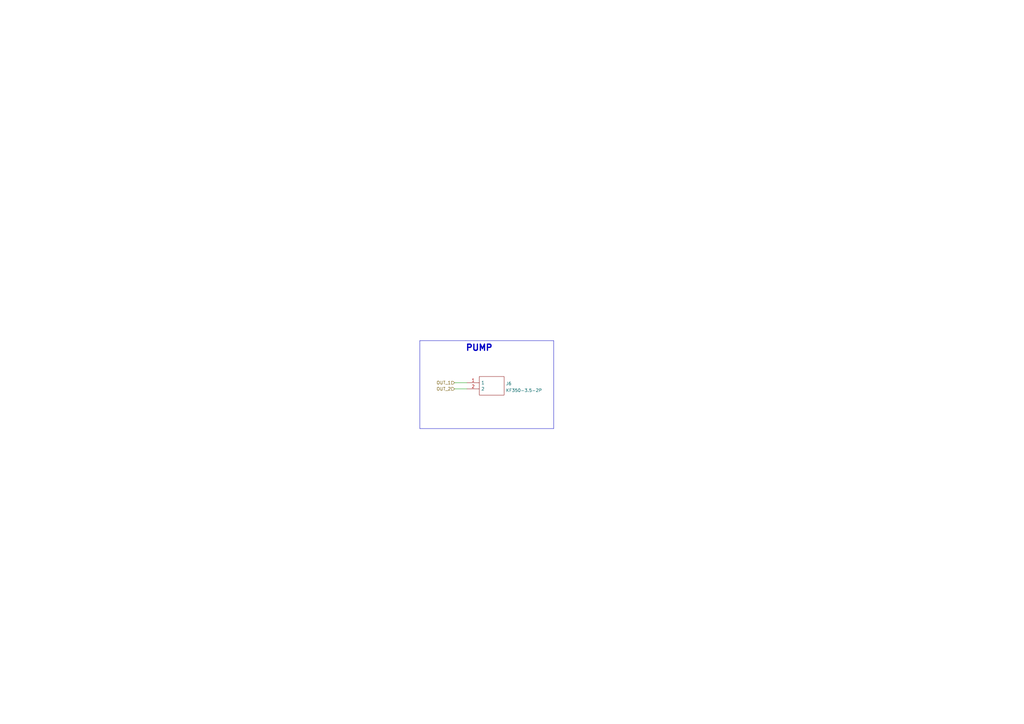
<source format=kicad_sch>
(kicad_sch (version 20231120) (generator "eeschema") (generator_version "8.0")
  (paper "A3")
  (title_block (title "Plant Bot") (date "2022-12-10") (rev "E"))
  (lib_symbols
    (symbol "Connector_JLC:KF350-3.5-2P" (pin_names (offset 0.762))
      (property "Reference" "J" (at 16.51 7.62 0))
      (property "Value" "KF350-3.5-2P" (at 16.51 5.08 0))
      (symbol "KF350-3.5-2P_0_0"
        (pin passive line (at 0 0 0) (length 5.08) (name "1") (number "1"))
        (pin passive line (at 0 -2.54 0) (length 5.08) (name "2") (number "2"))
      )
      (symbol "KF350-3.5-2P_0_1"
        (polyline (pts (xy 5.08 2.54) (xy 15.24 2.54) (xy 15.24 -5.08) (xy 5.08 -5.08) (xy 5.08 2.54)) (stroke (width 0.1524)))
      )
    )
  )
  (wire (pts (xy 186.436 159.512) (xy 191.516 159.512)))
  (polyline (pts (xy 227.076 175.768) (xy 172.212 175.768)))
  (polyline (pts (xy 172.212 175.768) (xy 172.212 139.7)))
  (wire (pts (xy 186.436 156.972) (xy 191.516 156.972)))
  (polyline (pts (xy 227.076 139.7) (xy 227.076 175.768)))
  (polyline (pts (xy 191.008 139.7) (xy 227.076 139.7)))
  (polyline (pts (xy 172.212 139.7) (xy 191.008 139.7)))
  (text "PUMP" (at 190.881 144.272 0) (effects (font (size 2.54 2.54) (thickness 0.508) (bold yes)) (justify left bottom)))
  (hierarchical_label "OUT_2" (shape input) (at 186.436 159.512 180))
  (hierarchical_label "OUT_1" (shape input) (at 186.436 156.972 180))
  (symbol (lib_id "Connector_JLC:KF350-3.5-2P") (at 191.516 156.972 0) (unit 1)
    (property "Reference" "J6" (at 207.4672 157.3335 0) (effects (justify left)))
    (property "Value" "KF350-3.5-2P" (at 207.4672 160.1086 0) (effects (justify left)))
    (property "Footprint" "KF350352P" (effects (hide yes)))
    (property "Datasheet" "https://datasheet.lcsc.com/szlcsc/2001160007_Cixi-Kefa-Elec-KF350-3-5-2P_C474892.pdf" (effects (hide yes)))
    (property "Description" "P=3.5mm Screw terminal RoHS 2 Pos" (effects (hide yes)))
    (property "Height" "8.8" (effects (hide yes)))
    (property "Manufacturer_Name" "CIXI KEFA ELECTRONICS" (effects (hide yes)))
    (property "Manufacturer_Part_Number" "KF350-3.5-2P" (effects (hide yes)))
    (property "LCSC" "C474892" (effects (hide yes)))
  )
)
</source>
